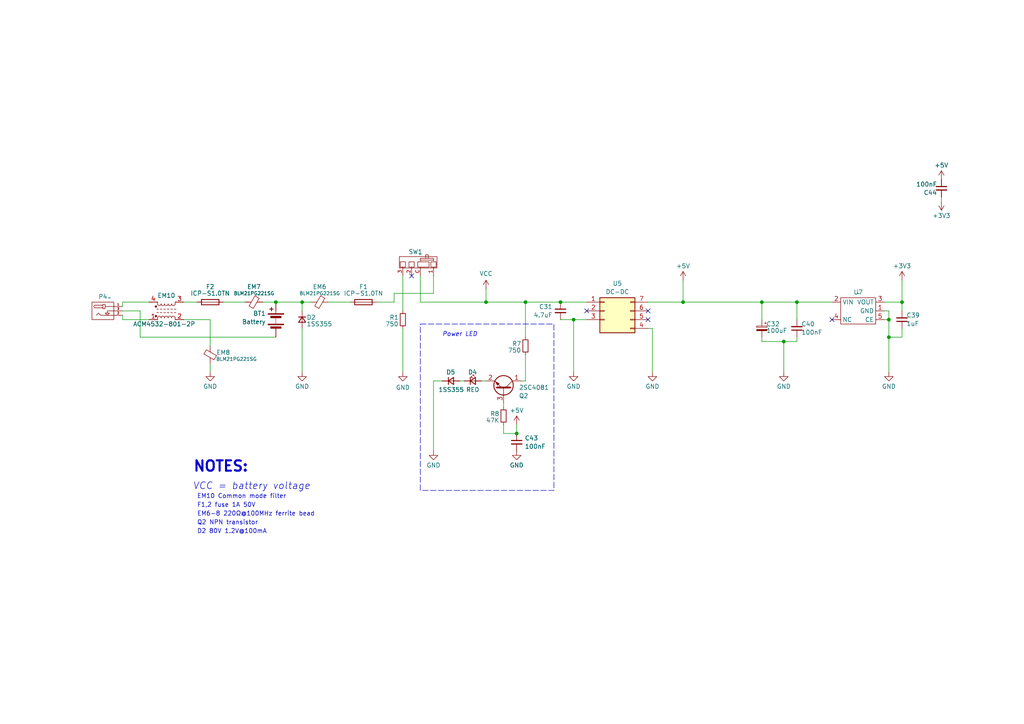
<source format=kicad_sch>
(kicad_sch (version 20231120) (generator "eeschema") (generator_version "8.0")
  (paper "A4")
  (title_block (title "CGB Reverse Engineer") (company "NatalieTheNerd.com"))
  (lib_symbols
    (symbol "CGB:DC_Jack"
      (property "Reference" "P" (at 0 1.27 0))
      (symbol "DC_Jack_0_1"
        (rectangle (start -5.08 -1.27) (end 1.27 -6.35))
        (arc (start -4.191 -2.159) (mid -4.5358 -2.54) (end -4.191 -2.921))
        (polyline (pts (xy -1.905 -2.921) (xy -4.191 -2.921)))
        (polyline (pts (xy -1.905 -2.159) (xy -4.191 -2.159)))
        (polyline (pts (xy 1.27 -2.54) (xy -1.27 -2.54)))
        (polyline (pts (xy 1.27 -3.81) (xy -0.635 -3.81) (xy -0.635 -4.445)))
        (polyline (pts (xy 1.27 -5.08) (xy -2.54 -5.08) (xy -3.175 -4.445) (xy -3.81 -5.08)))
        (polyline (pts (xy -1.27 -1.905) (xy -1.27 -3.175) (xy -1.905 -3.175) (xy -1.905 -1.905) (xy -1.27 -1.905)))
        (polyline (pts (xy -0.635 -4.445) (xy -1.27 -4.445) (xy -0.635 -5.08) (xy 0 -4.445) (xy -0.635 -4.445)))
      )
      (symbol "DC_Jack_1_1"
        (pin input line (at 3.81 -2.54 180) (length 2.54) (name "") (number "1"))
        (pin input line (at 3.81 -5.08 180) (length 2.54) (name "") (number "2"))
        (pin input line (at 3.81 -3.81 180) (length 2.54) (name "") (number "3"))
      )
    )
    (symbol "CGB:Power_SW"
      (property "Reference" "SW" (at 0 1.27 0))
      (symbol "Power_SW_0_1"
        (rectangle (start -4.826 -0.762) (end 6.096 -4.064))
        (rectangle (start -4.572 -2.286) (end -3.048 -3.81))
        (rectangle (start -2.54 -2.286) (end 0.762 -3.81))
        (polyline (pts (xy -3.81 -1.778) (xy 0 -1.778)))
        (polyline (pts (xy -1.524 -1.27) (xy -1.524 -0.254) (xy -2.286 -0.254) (xy -2.286 -1.27)))
        (polyline (pts (xy 0 -2.032) (xy 0 -1.27) (xy -3.81 -1.27) (xy -3.81 -2.032)))
        (rectangle (start 1.778 -2.286) (end 3.302 -3.81))
        (rectangle (start 4.318 -2.286) (end 5.842 -3.81))
      )
      (symbol "Power_SW_1_1"
        (pin input line (at -3.81 -6.35 90) (length 2.54) (name "") (number "1"))
        (pin input line (at 2.54 -6.35 90) (length 2.54) (name "") (number "2"))
        (pin input line (at 5.08 -6.35 90) (length 2.54) (name "") (number "3"))
        (pin input line (at 0 -6.35 90) (length 2.54) (name "") (number "C"))
      )
    )
    (symbol "CGB:RN5RT33A"
      (property "Reference" "U" (at 0 1.27 0))
      (symbol "RN5RT33A_0_1"
        (rectangle (start -5.08 -1.27) (end 5.08 -8.89))
      )
      (symbol "RN5RT33A_1_1"
        (pin input line (at 7.62 -5.08 180) (length 2.54) (name "GND") (number "1"))
        (pin input line (at -7.62 -2.54 0) (length 2.54) (name "VIN") (number "2"))
        (pin input line (at 7.62 -2.54 180) (length 2.54) (name "VOUT") (number "3"))
        (pin input line (at -7.62 -7.62 0) (length 2.54) (name "NC") (number "4"))
        (pin input line (at 7.62 -7.62 180) (length 2.54) (name "CE") (number "5"))
      )
    )
    (symbol "Connector_Generic:Conn_2Rows-07Pins" (pin_names (offset 1.016) hide)
      (property "Reference" "U5" (at 0 7.9543 0))
      (property "Value" "DC-DC" (at 0 5.5301 0))
      (symbol "Conn_2Rows-07Pins_1_1"
        (rectangle (start -5.08 -2.413) (end -3.81 -2.667) (stroke (width 0.1524)))
        (rectangle (start -5.08 0.127) (end -3.81 -0.127) (stroke (width 0.1524)))
        (rectangle (start -5.08 2.667) (end -3.81 2.413) (stroke (width 0.1524)))
        (rectangle (start -5.08 3.81) (end 5.08 -6.35) (stroke (width 0.254)) (fill (type background)))
        (rectangle (start 3.81 -2.413) (end 5.08 -2.667) (stroke (width 0.1524)))
        (rectangle (start 5.08 -5.207) (end 3.81 -4.953) (stroke (width 0.1524)))
        (rectangle (start 5.08 0.127) (end 3.81 -0.127) (stroke (width 0.1524)))
        (rectangle (start 5.08 2.667) (end 3.81 2.413) (stroke (width 0.1524)))
        (pin passive line (at -8.89 2.54 0) (length 3.81) (name "Pin_1") (number "1"))
        (pin passive line (at -8.89 0 0) (length 3.81) (name "Pin_2") (number "2"))
        (pin passive line (at -8.89 -2.54 0) (length 3.81) (name "Pin_3") (number "3"))
        (pin passive line (at 8.89 -5.08 180) (length 3.81) (name "Pin_4") (number "4"))
        (pin passive line (at 8.89 -2.54 180) (length 3.81) (name "Pin_5") (number "5"))
        (pin passive line (at 8.89 0 180) (length 3.81) (name "Pin_6") (number "6"))
        (pin passive line (at 8.89 2.54 180) (length 3.81) (name "Pin_7") (number "7"))
      )
    )
    (symbol "Device:Battery" (pin_numbers hide) (pin_names (offset 0) hide)
      (property "Reference" "BT" (at 2.54 2.54 0))
      (property "Value" "Battery" (at 2.54 0 0))
      (symbol "Battery_0_1"
        (rectangle (start -2.286 -1.27) (end 2.286 -1.524) (fill (type outline)))
        (rectangle (start -2.286 1.778) (end 2.286 1.524) (fill (type outline)))
        (rectangle (start -1.524 -2.032) (end 1.524 -2.54) (fill (type outline)))
        (rectangle (start -1.524 1.016) (end 1.524 0.508) (fill (type outline)))
        (polyline (pts (xy 0 -1.016) (xy 0 -0.762)))
        (polyline (pts (xy 0 -0.508) (xy 0 -0.254)))
        (polyline (pts (xy 0 0) (xy 0 0.254)))
        (polyline (pts (xy 0 1.778) (xy 0 2.54)))
        (polyline (pts (xy 0.762 3.048) (xy 1.778 3.048)) (stroke (width 0.254)))
        (polyline (pts (xy 1.27 3.556) (xy 1.27 2.54)) (stroke (width 0.254)))
      )
      (symbol "Battery_1_1"
        (pin passive line (at 0 5.08 270) (length 2.54) (name "+") (number "1"))
        (pin passive line (at 0 -5.08 90) (length 2.54) (name "-") (number "2"))
      )
    )
    (symbol "Device:C_Polarized_Small" (pin_numbers hide) (pin_names (offset 0.254) hide)
      (property "Reference" "C" (at 0.254 1.778 0))
      (property "Value" "C_Polarized_Small" (at 0.254 -2.032 0))
      (symbol "C_Polarized_Small_0_1"
        (rectangle (start -1.524 -0.3048) (end 1.524 -0.6858) (fill (type outline)))
        (rectangle (start -1.524 0.6858) (end 1.524 0.3048))
        (polyline (pts (xy -1.27 1.524) (xy -0.762 1.524)))
        (polyline (pts (xy -1.016 1.27) (xy -1.016 1.778)))
      )
      (symbol "C_Polarized_Small_1_1"
        (pin passive line (at 0 2.54 270) (length 1.8542) (name "~") (number "1"))
        (pin passive line (at 0 -2.54 90) (length 1.8542) (name "~") (number "2"))
      )
    )
    (symbol "Device:C_Small" (pin_numbers hide) (pin_names (offset 0.254) hide)
      (property "Reference" "C" (at 0.254 1.778 0))
      (property "Value" "C_Small" (at 0.254 -2.032 0))
      (symbol "C_Small_0_1"
        (polyline (pts (xy -1.524 -0.508) (xy 1.524 -0.508)) (stroke (width 0.3302)))
        (polyline (pts (xy -1.524 0.508) (xy 1.524 0.508)) (stroke (width 0.3048)))
      )
      (symbol "C_Small_1_1"
        (pin passive line (at 0 2.54 270) (length 2.032) (name "~") (number "1"))
        (pin passive line (at 0 -2.54 90) (length 2.032) (name "~") (number "2"))
      )
    )
    (symbol "Device:D_Small" (pin_numbers hide) (pin_names (offset 0.254) hide)
      (property "Reference" "D" (at -1.27 2.032 0))
      (property "Value" "D_Small" (at -3.81 -2.032 0))
      (symbol "D_Small_0_1"
        (polyline (pts (xy -0.762 -1.016) (xy -0.762 1.016)) (stroke (width 0.254)))
        (polyline (pts (xy -0.762 0) (xy 0.762 0)))
        (polyline (pts (xy 0.762 -1.016) (xy -0.762 0) (xy 0.762 1.016) (xy 0.762 -1.016)) (stroke (width 0.254)))
      )
      (symbol "D_Small_1_1"
        (pin passive line (at -2.54 0 0) (length 1.778) (name "K") (number "1"))
        (pin passive line (at 2.54 0 180) (length 1.778) (name "A") (number "2"))
      )
    )
    (symbol "Device:FerriteBead_Small" (pin_numbers hide) (pin_names (offset 0))
      (property "Reference" "FB" (at 1.905 1.27 0))
      (property "Value" "FerriteBead_Small" (at 1.905 -1.27 0))
      (symbol "FerriteBead_Small_0_1"
        (polyline (pts (xy 0 -1.27) (xy 0 -0.7874)))
        (polyline (pts (xy 0 0.889) (xy 0 1.2954)))
        (polyline (pts (xy -1.8288 0.2794) (xy -1.1176 1.4986) (xy 1.8288 -0.2032) (xy 1.1176 -1.4224) (xy -1.8288 0.2794)))
      )
      (symbol "FerriteBead_Small_1_1"
        (pin passive line (at 0 2.54 270) (length 1.27) (name "~") (number "1"))
        (pin passive line (at 0 -2.54 90) (length 1.27) (name "~") (number "2"))
      )
    )
    (symbol "Device:Fuse" (pin_numbers hide) (pin_names (offset 0))
      (property "Reference" "F" (at 2.032 0 90))
      (property "Value" "Fuse" (at -1.905 0 90))
      (symbol "Fuse_0_1"
        (rectangle (start -0.762 -2.54) (end 0.762 2.54) (stroke (width 0.254)))
        (polyline (pts (xy 0 2.54) (xy 0 -2.54)))
      )
      (symbol "Fuse_1_1"
        (pin passive line (at 0 3.81 270) (length 1.27) (name "~") (number "1"))
        (pin passive line (at 0 -3.81 90) (length 1.27) (name "~") (number "2"))
      )
    )
    (symbol "Device:LED_Small" (pin_numbers hide) (pin_names (offset 0.254) hide)
      (property "Reference" "D" (at -1.27 3.175 0))
      (property "Value" "LED_Small" (at -4.445 -2.54 0))
      (symbol "LED_Small_0_1"
        (polyline (pts (xy -0.762 -1.016) (xy -0.762 1.016)) (stroke (width 0.254)))
        (polyline (pts (xy 1.016 0) (xy -0.762 0)))
        (polyline (pts (xy 0.762 -1.016) (xy -0.762 0) (xy 0.762 1.016) (xy 0.762 -1.016)) (stroke (width 0.254)))
        (polyline (pts (xy 0 0.762) (xy -0.508 1.27) (xy -0.254 1.27) (xy -0.508 1.27) (xy -0.508 1.016)))
        (polyline (pts (xy 0.508 1.27) (xy 0 1.778) (xy 0.254 1.778) (xy 0 1.778) (xy 0 1.524)))
      )
      (symbol "LED_Small_1_1"
        (pin passive line (at -2.54 0 0) (length 1.778) (name "K") (number "1"))
        (pin passive line (at 2.54 0 180) (length 1.778) (name "A") (number "2"))
      )
    )
    (symbol "Device:L_Ferrite_Coupled_1243" (pin_names (offset 0.254) hide)
      (property "Reference" "L" (at 0 4.445 0))
      (property "Value" "L_Ferrite_Coupled_1243" (at 0 -4.445 0))
      (symbol "L_Ferrite_Coupled_1243_0_1"
        (circle (center -3.048 -1.27) (radius 0.254) (fill (type outline)))
        (circle (center -3.048 1.524) (radius 0.254) (fill (type outline)))
        (arc (start -2.54 2.032) (mid -2.032 1.5262) (end -1.524 2.032))
        (arc (start -1.524 -2.032) (mid -2.032 -1.5262) (end -2.54 -2.032))
        (arc (start -1.524 2.032) (mid -1.016 1.5262) (end -0.508 2.032))
        (arc (start -0.508 -2.032) (mid -1.016 -1.5262) (end -1.524 -2.032))
        (arc (start -0.508 2.032) (mid 0 1.5262) (end 0.508 2.032))
        (polyline (pts (xy -2.794 -0.508) (xy -2.286 -0.508)))
        (polyline (pts (xy -2.794 0.508) (xy -2.286 0.508)))
        (polyline (pts (xy -2.54 -2.032) (xy -2.54 -2.54)))
        (polyline (pts (xy -2.54 2.032) (xy -2.54 2.54)))
        (polyline (pts (xy -1.778 -0.508) (xy -1.27 -0.508)))
        (polyline (pts (xy -1.778 0.508) (xy -1.27 0.508)))
        (polyline (pts (xy -0.762 -0.508) (xy -0.254 -0.508)))
        (polyline (pts (xy -0.762 0.508) (xy -0.254 0.508)))
        (polyline (pts (xy 0.254 -0.508) (xy 0.762 -0.508)))
        (polyline (pts (xy 0.254 0.508) (xy 0.762 0.508)))
        (polyline (pts (xy 1.27 -0.508) (xy 1.778 -0.508)))
        (polyline (pts (xy 1.27 0.508) (xy 1.778 0.508)))
        (polyline (pts (xy 2.286 -0.508) (xy 2.794 -0.508)))
        (polyline (pts (xy 2.286 0.508) (xy 2.794 0.508)))
        (polyline (pts (xy 2.54 -2.032) (xy 2.54 -2.54)))
        (polyline (pts (xy 2.54 2.54) (xy 2.54 2.032)))
        (arc (start 0.508 -2.032) (mid 0 -1.5262) (end -0.508 -2.032))
        (arc (start 0.508 2.032) (mid 1.016 1.5262) (end 1.524 2.032))
        (arc (start 1.524 -2.032) (mid 1.016 -1.5262) (end 0.508 -2.032))
        (arc (start 1.524 2.032) (mid 2.032 1.5262) (end 2.54 2.032))
        (arc (start 2.54 -2.032) (mid 2.032 -1.5262) (end 1.524 -2.032))
      )
      (symbol "L_Ferrite_Coupled_1243_1_1"
        (pin passive line (at -5.08 2.54 0) (length 2.54) (name "1") (number "1"))
        (pin passive line (at 5.08 2.54 180) (length 2.54) (name "2") (number "2"))
        (pin passive line (at 5.08 -2.54 180) (length 2.54) (name "3") (number "3"))
        (pin passive line (at -5.08 -2.54 0) (length 2.54) (name "4") (number "4"))
      )
    )
    (symbol "Device:R_Small" (pin_numbers hide) (pin_names (offset 0.254) hide)
      (property "Reference" "R" (at 0.762 0.508 0))
      (property "Value" "R_Small" (at 0.762 -1.016 0))
      (symbol "R_Small_0_1"
        (rectangle (start -0.762 1.778) (end 0.762 -1.778) (stroke (width 0.2032)))
      )
      (symbol "R_Small_1_1"
        (pin passive line (at 0 2.54 270) (length 0.762) (name "~") (number "1"))
        (pin passive line (at 0 -2.54 90) (length 0.762) (name "~") (number "2"))
      )
    )
    (symbol "Transistor_BJT:2N2219" (pin_names (offset 0) hide)
      (property "Reference" "Q2" (at 11.43 -1.27 0))
      (property "Value" "2SC4081" (at 11.43 1.1542 0))
      (symbol "2N2219_0_1"
        (polyline (pts (xy 1.27 -2.54) (xy 1.27 -0.6285)))
        (polyline (pts (xy 1.905 -0.635) (xy 3.81 1.27)))
        (polyline (pts (xy 0.635 -0.635) (xy -1.27 1.27) (xy -1.27 1.27)))
        (polyline (pts (xy 3.175 -0.635) (xy -0.635 -0.635) (xy -0.635 -0.635)) (stroke (width 0.508)))
        (polyline (pts (xy -0.508 0) (xy 0 0.508) (xy -1.016 1.016) (xy -0.508 0) (xy -0.508 0)) (fill (type outline)))
        (circle (center 1.27 0) (radius 2.8194) (stroke (width 0.254)))
      )
      (symbol "2N2219_1_1"
        (pin passive line (at 6.35 1.27 180) (length 2.54) (name "E") (number "1"))
        (pin passive line (at -3.81 1.27 0) (length 2.54) (name "B") (number "2"))
        (pin passive line (at 1.27 -5.08 90) (length 2.54) (name "C") (number "3"))
      )
    )
    (symbol "power:+3V3" (power) (pin_names (offset 0))
      (property "Value" "+3V3" (at 0 3.556 0))
      (symbol "+3V3_0_1"
        (polyline (pts (xy -0.762 1.27) (xy 0 2.54)))
        (polyline (pts (xy 0 0) (xy 0 2.54)))
        (polyline (pts (xy 0 2.54) (xy 0.762 1.27)))
      )
      (symbol "+3V3_1_1"
        (pin power_in line (at 0 0 90) (length 0) hide (name "+3V3") (number "1"))
      )
    )
    (symbol "power:+5V" (power) (pin_names (offset 0))
      (property "Value" "+5V" (at 0 3.556 0))
      (symbol "+5V_0_1"
        (polyline (pts (xy -0.762 1.27) (xy 0 2.54)))
        (polyline (pts (xy 0 0) (xy 0 2.54)))
        (polyline (pts (xy 0 2.54) (xy 0.762 1.27)))
      )
      (symbol "+5V_1_1"
        (pin power_in line (at 0 0 90) (length 0) hide (name "+5V") (number "1"))
      )
    )
    (symbol "power:GND" (power) (pin_names (offset 0))
      (property "Value" "GND" (at 0 -3.81 0))
      (symbol "GND_0_1"
        (polyline (pts (xy 0 0) (xy 0 -1.27) (xy 1.27 -1.27) (xy 0 -2.54) (xy -1.27 -1.27) (xy 0 -1.27)))
      )
      (symbol "GND_1_1"
        (pin power_in line (at 0 0 270) (length 0) hide (name "GND") (number "1"))
      )
    )
    (symbol "power:VCC" (power) (pin_names (offset 0))
      (property "Value" "VCC" (at 0 3.81 0))
      (symbol "VCC_0_1"
        (polyline (pts (xy -0.762 1.27) (xy 0 2.54)))
        (polyline (pts (xy 0 0) (xy 0 2.54)))
        (polyline (pts (xy 0 2.54) (xy 0.762 1.27)))
      )
      (symbol "VCC_1_1"
        (pin power_in line (at 0 0 90) (length 0) hide (name "VCC") (number "1"))
      )
    )
  )
  (junction (at 140.97 87.63))
  (junction (at 227.33 99.06))
  (junction (at 231.14 87.63))
  (junction (at 87.63 87.63))
  (junction (at 149.86 125.73))
  (junction (at 162.56 87.63))
  (junction (at 198.12 87.63))
  (junction (at 152.4 87.63))
  (junction (at 257.81 97.79))
  (junction (at 80.01 87.63))
  (junction (at 166.37 92.71))
  (junction (at 220.98 87.63))
  (junction (at 257.81 92.71))
  (junction (at 261.62 87.63))
  (no_connect (at 241.3 92.71))
  (no_connect (at 170.18 90.17))
  (no_connect (at 187.96 90.17))
  (no_connect (at 187.96 92.71))
  (no_connect (at 119.38 80.01))
  (wire (pts (xy 121.92 80.01) (xy 121.92 87.63)))
  (wire (pts (xy 220.98 97.79) (xy 220.98 99.06)))
  (wire (pts (xy 64.77 87.63) (xy 71.12 87.63)))
  (wire (pts (xy 121.92 87.63) (xy 140.97 87.63)))
  (wire (pts (xy 35.56 87.63) (xy 43.18 87.63)))
  (wire (pts (xy 152.4 87.63) (xy 152.4 97.79)))
  (wire (pts (xy 231.14 87.63) (xy 241.3 87.63)))
  (wire (pts (xy 114.3 87.63) (xy 109.22 87.63)))
  (wire (pts (xy 80.01 87.63) (xy 87.63 87.63)))
  (wire (pts (xy 125.73 80.01) (xy 125.73 85.09)))
  (wire (pts (xy 125.73 110.49) (xy 128.27 110.49)))
  (wire (pts (xy 125.73 130.81) (xy 125.73 110.49)))
  (wire (pts (xy 220.98 87.63) (xy 220.98 92.71)))
  (wire (pts (xy 220.98 87.63) (xy 231.14 87.63)))
  (wire (pts (xy 60.96 105.41) (xy 60.96 107.95)))
  (wire (pts (xy 149.86 125.73) (xy 146.05 125.73)))
  (wire (pts (xy 76.2 87.63) (xy 80.01 87.63)))
  (wire (pts (xy 152.4 87.63) (xy 162.56 87.63)))
  (wire (pts (xy 257.81 107.95) (xy 257.81 97.79)))
  (wire (pts (xy 152.4 110.49) (xy 151.13 110.49)))
  (wire (pts (xy 116.84 107.95) (xy 116.84 95.25)))
  (wire (pts (xy 162.56 87.63) (xy 170.18 87.63)))
  (wire (pts (xy 114.3 85.09) (xy 114.3 87.63)))
  (wire (pts (xy 166.37 92.71) (xy 166.37 107.95)))
  (wire (pts (xy 261.62 97.79) (xy 257.81 97.79)))
  (wire (pts (xy 257.81 90.17) (xy 256.54 90.17)))
  (wire (pts (xy 35.56 92.71) (xy 35.56 91.44)))
  (wire (pts (xy 87.63 87.63) (xy 90.17 87.63)))
  (wire (pts (xy 231.14 99.06) (xy 231.14 97.79)))
  (wire (pts (xy 227.33 107.95) (xy 227.33 99.06)))
  (wire (pts (xy 146.05 116.84) (xy 146.05 118.11)))
  (wire (pts (xy 261.62 95.25) (xy 261.62 97.79)))
  (wire (pts (xy 140.97 87.63) (xy 152.4 87.63)))
  (wire (pts (xy 227.33 99.06) (xy 231.14 99.06)))
  (wire (pts (xy 162.56 92.71) (xy 166.37 92.71)))
  (wire (pts (xy 198.12 81.28) (xy 198.12 87.63)))
  (wire (pts (xy 189.23 95.25) (xy 187.96 95.25)))
  (wire (pts (xy 261.62 87.63) (xy 261.62 90.17)))
  (wire (pts (xy 35.56 88.9) (xy 35.56 87.63)))
  (wire (pts (xy 40.64 97.79) (xy 80.01 97.79)))
  (wire (pts (xy 187.96 87.63) (xy 198.12 87.63)))
  (wire (pts (xy 146.05 125.73) (xy 146.05 123.19)))
  (wire (pts (xy 116.84 90.17) (xy 116.84 80.01)))
  (wire (pts (xy 60.96 92.71) (xy 53.34 92.71)))
  (wire (pts (xy 57.15 87.63) (xy 53.34 87.63)))
  (wire (pts (xy 133.35 110.49) (xy 134.62 110.49)))
  (wire (pts (xy 140.97 83.82) (xy 140.97 87.63)))
  (wire (pts (xy 40.64 90.17) (xy 40.64 97.79)))
  (wire (pts (xy 149.86 123.19) (xy 149.86 125.73)))
  (wire (pts (xy 87.63 95.25) (xy 87.63 107.95)))
  (wire (pts (xy 35.56 90.17) (xy 40.64 90.17)))
  (wire (pts (xy 60.96 100.33) (xy 60.96 92.71)))
  (wire (pts (xy 166.37 92.71) (xy 170.18 92.71)))
  (wire (pts (xy 95.25 87.63) (xy 101.6 87.63)))
  (wire (pts (xy 152.4 102.87) (xy 152.4 110.49)))
  (wire (pts (xy 256.54 87.63) (xy 261.62 87.63)))
  (wire (pts (xy 87.63 90.17) (xy 87.63 87.63)))
  (wire (pts (xy 257.81 92.71) (xy 257.81 90.17)))
  (wire (pts (xy 114.3 85.09) (xy 125.73 85.09)))
  (wire (pts (xy 231.14 92.71) (xy 231.14 87.63)))
  (wire (pts (xy 261.62 81.28) (xy 261.62 87.63)))
  (wire (pts (xy 189.23 95.25) (xy 189.23 107.95)))
  (wire (pts (xy 43.18 92.71) (xy 35.56 92.71)))
  (wire (pts (xy 257.81 97.79) (xy 257.81 92.71)))
  (wire (pts (xy 198.12 87.63) (xy 220.98 87.63)))
  (wire (pts (xy 139.7 110.49) (xy 140.97 110.49)))
  (wire (pts (xy 220.98 99.06) (xy 227.33 99.06)))
  (wire (pts (xy 273.05 58.42) (xy 273.05 57.15)))
  (wire (pts (xy 256.54 92.71) (xy 257.81 92.71)))
  (rectangle (start 121.92 93.98) (end 160.655 142.24) (stroke (width 0) (type dash)))
  (text "NOTES:" (at 55.88 137.16 0) (effects (font (size 3 3) (thickness 0.6) (bold yes)) (justify left bottom)))
  (text "D2 80V 1.2V@100mA" (at 57.15 154.94 0) (effects (font (size 1.27 1.27)) (justify left bottom)))
  (text "EM6-8 220Ω@100MHz ferrite bead" (at 57.15 149.86 0) (effects (font (size 1.27 1.27)) (justify left bottom)))
  (text "EM10 Common mode filter " (at 57.15 144.78 0) (effects (font (size 1.27 1.27)) (justify left bottom)))
  (text "F1,2 fuse 1A 50V " (at 57.15 147.32 0) (effects (font (size 1.27 1.27)) (justify left bottom)))
  (text "Power LED\n" (at 128.27 97.79 0) (effects (font (size 1.27 1.27) (italic yes)) (justify left bottom)))
  (text "Q2 NPN transistor" (at 57.15 152.4 0) (effects (font (size 1.27 1.27)) (justify left bottom)))
  (text "VCC = battery voltage" (at 55.88 142.24 0) (effects (font (size 2 2) (italic yes)) (justify left bottom)))
  (symbol (lib_id "Device:D_Small") (at 130.81 110.49 0) (unit 1)
    (property "Reference" "D5" (at 132.08 107.95 0) (effects (justify right)))
    (property "Value" "1SS355" (at 134.62 113.03 0) (effects (justify right)))
    (property "Footprint" "Diode_SMD:D_SOD-323_HandSoldering" (effects (hide yes)))
    (property "Sim.Device" "D" (effects (hide yes)))
    (property "Sim.Pins" "1=K 2=A" (effects (hide yes)))
  )
  (symbol (lib_id "power:+3V3") (at 273.05 58.42 180) (unit 1)
    (property "Reference" "#PWR065" (effects (hide yes)))
    (property "Value" "+3V3" (at 273.05 62.5531 0))
  )
  (symbol (lib_id "Device:D_Small") (at 87.63 92.71 270) (unit 1)
    (property "Reference" "D2" (at 88.9 92.075 90) (effects (justify left)))
    (property "Value" "1SS355" (at 88.9 93.98 90) (effects (justify left)))
    (property "Footprint" "Diode_SMD:D_SOD-323_HandSoldering" (effects (hide yes)))
    (property "Sim.Device" "D" (effects (hide yes)))
    (property "Sim.Pins" "1=K 2=A" (effects (hide yes)))
  )
  (symbol (lib_id "CGB:Power_SW") (at 121.92 73.66 0) (mirror y) (unit 1)
    (property "Reference" "SW1" (at 122.555 73.025 0) (effects (justify left)))
    (property "Value" "~" (at 121.92 73.66 0))
    (property "Footprint" "CGB:Switch CGB" (effects (hide yes)))
  )
  (symbol (lib_id "power:GND") (at 125.73 130.81 0) (unit 1)
    (property "Reference" "#PWR045" (effects (hide yes)))
    (property "Value" "GND" (at 125.73 134.9431 0))
  )
  (symbol (lib_id "CGB:DC_Jack") (at 31.75 86.36 0) (unit 1)
    (property "Reference" "P4" (at 29.845 86.0369 0))
    (property "Value" "~" (at 31.75 86.36 0))
    (property "Footprint" "POCO:DCJACK" (effects (hide yes)))
  )
  (symbol (lib_id "Device:C_Polarized_Small") (at 220.98 95.25 0) (mirror y) (unit 1)
    (property "Reference" "C32" (at 222.25 93.98 0) (effects (justify right)))
    (property "Value" "100uF" (at 222.25 95.885 0) (effects (justify right)))
    (property "Footprint" "Capacitor_SMD:CP_Elec_6.3x5.4" (effects (hide yes)))
  )
  (symbol (lib_id "Device:Battery") (at 80.01 92.71 0) (mirror y) (unit 1)
    (property "Reference" "BT1" (at 77.089 90.9264 0) (effects (justify left)))
    (property "Value" "Battery" (at 77.089 93.3506 0) (effects (justify left)))
    (property "Footprint" "CGB:Battery CGB" (effects (hide yes)))
  )
  (symbol (lib_id "Device:FerriteBead_Small") (at 60.96 102.87 180) (unit 1)
    (property "Reference" "EM8" (at 64.77 102.235 0))
    (property "Value" "BLM21PG221SG" (at 68.58 104.14 0) (effects (font (size 1 1))))
    (property "Footprint" "Resistor_SMD:R_0805_2012Metric" (effects (hide yes)))
  )
  (symbol (lib_id "power:GND") (at 166.37 107.95 0) (unit 1)
    (property "Reference" "#PWR049" (effects (hide yes)))
    (property "Value" "GND" (at 166.37 112.0831 0))
  )
  (symbol (lib_id "Connector_Generic:Conn_2Rows-07Pins") (at 179.07 90.17 0) (unit 1)
    (property "Reference" "U5" (at 179.07 82.2157 0))
    (property "Value" "DC-DC" (at 179.07 84.6399 0))
    (property "Footprint" "POCO:DC" (effects (hide yes)))
  )
  (symbol (lib_id "Device:R_Small") (at 146.05 120.65 180) (unit 1)
    (property "Reference" "R8" (at 143.51 120.015 0))
    (property "Value" "47K" (at 142.875 121.92 0))
    (property "Footprint" "Resistor_SMD:R_0603_1608Metric" (effects (hide yes)))
  )
  (symbol (lib_id "Device:Fuse") (at 60.96 87.63 90) (unit 1)
    (property "Reference" "F2" (at 60.96 83.185 90))
    (property "Value" "ICP-S1.0TN" (at 60.96 85.09 90))
    (property "Footprint" "Fuse:Fuse_1206_3216Metric_Pad1.42x1.75mm_HandSolder" (effects (hide yes)))
  )
  (symbol (lib_id "power:+3V3") (at 261.62 81.28 0) (unit 1)
    (property "Reference" "#PWR043" (effects (hide yes)))
    (property "Value" "+3V3" (at 261.62 77.1469 0))
  )
  (symbol (lib_id "power:+5V") (at 149.86 123.19 0) (unit 1)
    (property "Reference" "#PWR046" (effects (hide yes)))
    (property "Value" "+5V" (at 149.86 119.0569 0))
  )
  (symbol (lib_id "Device:C_Small") (at 261.62 92.71 180) (unit 1)
    (property "Reference" "C39" (at 262.89 91.44 0) (effects (justify right)))
    (property "Value" "1uF" (at 262.89 93.8642 0) (effects (justify right)))
    (property "Footprint" "Capacitor_SMD:C_0603_1608Metric" (effects (hide yes)))
  )
  (symbol (lib_id "power:+5V") (at 273.05 52.07 0) (unit 1)
    (property "Reference" "#PWR066" (effects (hide yes)))
    (property "Value" "+5V" (at 273.05 47.9369 0))
  )
  (symbol (lib_id "Device:C_Small") (at 149.86 128.27 0) (unit 1)
    (property "Reference" "C43" (at 152.1841 127.0642 0) (effects (justify left)))
    (property "Value" "100nF" (at 152.1841 129.4884 0) (effects (justify left)))
    (property "Footprint" "Capacitor_SMD:C_0603_1608Metric" (effects (hide yes)))
  )
  (symbol (lib_id "Device:Fuse") (at 105.41 87.63 90) (unit 1)
    (property "Reference" "F1" (at 105.41 83.185 90))
    (property "Value" "ICP-S1.0TN" (at 105.41 85.09 90))
    (property "Footprint" "Fuse:Fuse_1206_3216Metric_Pad1.42x1.75mm_HandSolder" (effects (hide yes)))
  )
  (symbol (lib_id "Device:R_Small") (at 152.4 100.33 180) (unit 1)
    (property "Reference" "R7" (at 149.86 99.695 0))
    (property "Value" "750" (at 149.225 101.6 0))
    (property "Footprint" "Resistor_SMD:R_0603_1608Metric" (effects (hide yes)))
  )
  (symbol (lib_id "power:+5V") (at 198.12 81.28 0) (unit 1)
    (property "Reference" "#PWR052" (effects (hide yes)))
    (property "Value" "+5V" (at 198.12 77.1469 0))
  )
  (symbol (lib_id "power:GND") (at 87.63 107.95 0) (unit 1)
    (property "Reference" "#PWR057" (effects (hide yes)))
    (property "Value" "GND" (at 87.63 112.0831 0))
  )
  (symbol (lib_id "power:VCC") (at 140.97 83.82 0) (unit 1)
    (property "Reference" "#PWR044" (effects (hide yes)))
    (property "Value" "VCC" (at 140.97 79.375 0))
  )
  (symbol (lib_id "power:GND") (at 227.33 107.95 0) (unit 1)
    (property "Reference" "#PWR056" (effects (hide yes)))
    (property "Value" "GND" (at 227.33 112.0831 0))
  )
  (symbol (lib_id "power:GND") (at 116.84 107.95 0) (unit 1)
    (property "Reference" "#PWR051" (effects (hide yes)))
    (property "Value" "GND" (at 116.84 112.395 0))
  )
  (symbol (lib_id "Device:FerriteBead_Small") (at 92.71 87.63 270) (unit 1)
    (property "Reference" "EM6" (at 92.71 83.185 90))
    (property "Value" "BLM21PG221SG" (at 92.71 85.09 90) (effects (font (size 1 1))))
    (property "Footprint" "Resistor_SMD:R_0805_2012Metric" (effects (hide yes)))
  )
  (symbol (lib_id "Device:R_Small") (at 116.84 92.71 180) (unit 1)
    (property "Reference" "R1" (at 114.3 92.075 0))
    (property "Value" "750" (at 113.665 93.98 0))
    (property "Footprint" "Resistor_SMD:R_0603_1608Metric" (effects (hide yes)))
  )
  (symbol (lib_id "Device:L_Ferrite_Coupled_1243") (at 48.26 90.17 0) (mirror x) (unit 1)
    (property "Reference" "EM10" (at 48.26 85.725 0))
    (property "Value" "ACM4532-801-2P" (at 47.625 93.98 0))
    (property "Footprint" "Crystal:Crystal_SMD_EuroQuartz_MJ-4Pin_5.0x3.2mm" (effects (hide yes)))
  )
  (symbol (lib_id "power:GND") (at 60.96 107.95 0) (unit 1)
    (property "Reference" "#PWR058" (effects (hide yes)))
    (property "Value" "GND" (at 60.96 112.0831 0))
  )
  (symbol (lib_id "power:GND") (at 189.23 107.95 0) (unit 1)
    (property "Reference" "#PWR050" (effects (hide yes)))
    (property "Value" "GND" (at 189.23 112.0831 0))
  )
  (symbol (lib_id "Device:FerriteBead_Small") (at 73.66 87.63 270) (unit 1)
    (property "Reference" "EM7" (at 73.66 83.185 90))
    (property "Value" "BLM21PG221SG" (at 73.66 85.09 90) (effects (font (size 1 1))))
    (property "Footprint" "Resistor_SMD:R_0805_2012Metric" (effects (hide yes)))
  )
  (symbol (lib_id "Device:LED_Small") (at 137.16 110.49 0) (unit 1)
    (property "Reference" "D4" (at 138.43 107.95 0) (effects (justify right)))
    (property "Value" "RED" (at 139.065 113.03 0) (effects (justify right)))
    (property "Footprint" "LED_THT:LED_D3.0mm" (effects (hide yes)))
  )
  (symbol (lib_id "Transistor_BJT:2N2219") (at 144.78 111.76 0) (unit 1)
    (property "Reference" "Q2" (at 150.495 114.8192 0) (effects (justify left)))
    (property "Value" "2SC4081" (at 150.495 112.395 0) (effects (justify left)))
    (property "Footprint" "Package_TO_SOT_SMD:SOT-323_SC-70" (effects (hide yes)))
    (property "Datasheet" "http://www.onsemi.com/pub_link/Collateral/2N2219-D.PDF" (effects (hide yes)))
  )
  (symbol (lib_id "power:GND") (at 257.81 107.95 0) (unit 1)
    (property "Reference" "#PWR055" (effects (hide yes)))
    (property "Value" "GND" (at 257.81 112.0831 0))
  )
  (symbol (lib_id "Device:C_Small") (at 231.14 95.25 180) (unit 1)
    (property "Reference" "C40" (at 232.41 93.98 0) (effects (justify right)))
    (property "Value" "100nF" (at 232.41 96.4042 0) (effects (justify right)))
    (property "Footprint" "Capacitor_SMD:C_0603_1608Metric" (effects (hide yes)))
  )
  (symbol (lib_id "Device:C_Small") (at 273.05 54.61 0) (unit 1)
    (property "Reference" "C44" (at 271.78 55.88 0) (effects (justify right)))
    (property "Value" "100nF" (at 271.78 53.4558 0) (effects (justify right)))
    (property "Footprint" "Capacitor_SMD:C_0603_1608Metric" (effects (hide yes)))
  )
  (symbol (lib_id "Device:C_Small") (at 162.56 90.17 0) (mirror y) (unit 1)
    (property "Reference" "C31" (at 160.2359 88.9642 0) (effects (justify left)))
    (property "Value" "4.7uF" (at 160.2359 91.3884 0) (effects (justify left)))
    (property "Footprint" "Capacitor_SMD:C_0603_1608Metric" (effects (hide yes)))
  )
  (symbol (lib_id "power:GND") (at 149.86 130.81 0) (unit 1)
    (property "Reference" "#PWR048" (effects (hide yes)))
    (property "Value" "GND" (at 149.86 134.9431 0))
  )
  (symbol (lib_id "CGB:RN5RT33A") (at 248.92 85.09 0) (unit 1)
    (property "Reference" "U7" (at 248.92 84.7669 0))
    (property "Value" "~" (at 248.92 85.09 0))
    (property "Footprint" "Package_TO_SOT_SMD:SOT-23-5" (effects (hide yes)))
  )
)
</source>
